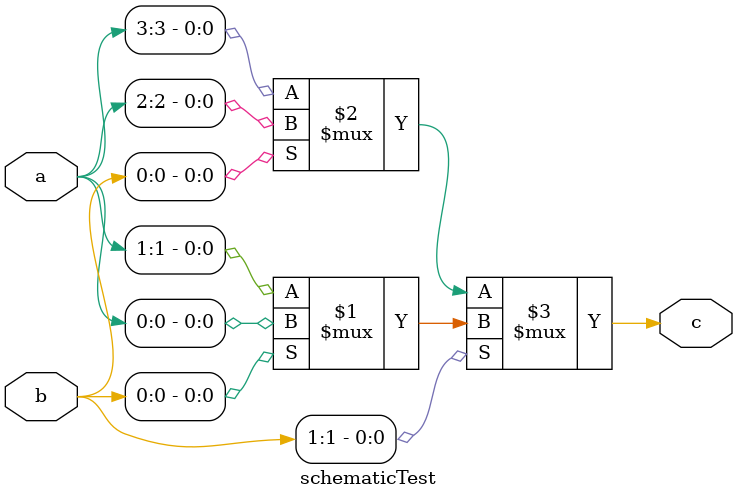
<source format=sv>
`timescale 1ns / 1ps


module schematicTest(
    input [3:0] a,
    input [1:0] b,
    output c
    );
    
    assign c = b[1] ? (b[0] ? a[0] : a[1]) : (b[0] ? a[2] : a[3]);
    
endmodule

</source>
